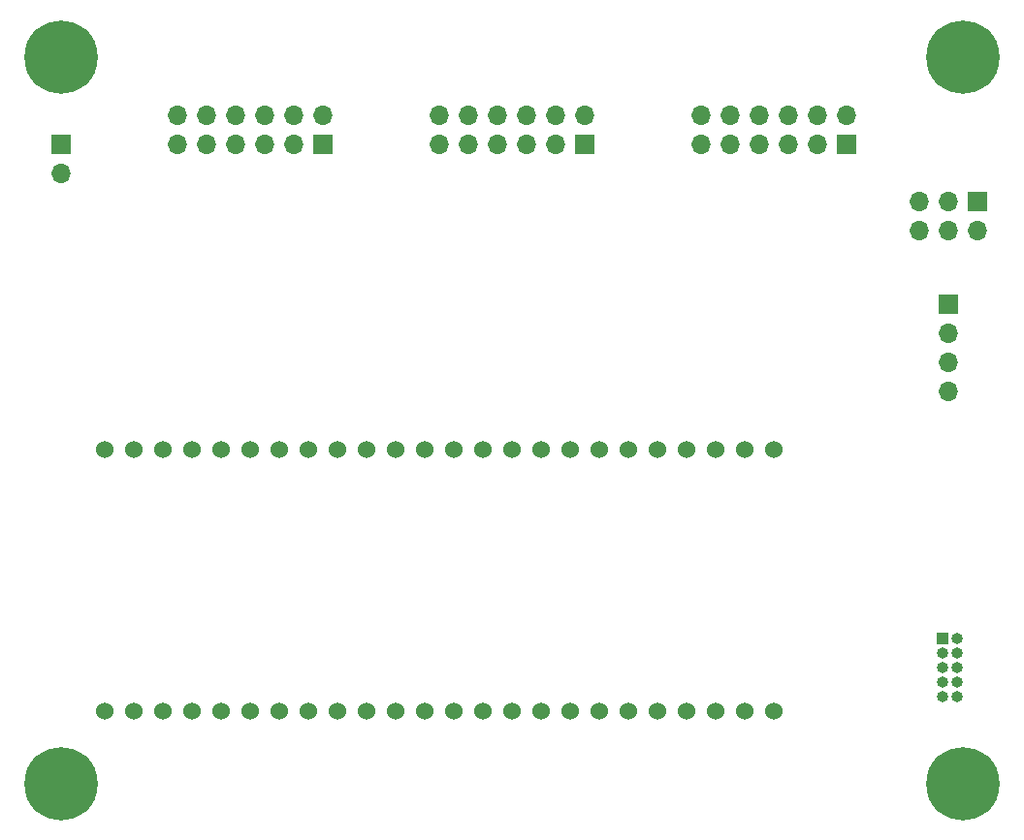
<source format=gbr>
%TF.GenerationSoftware,KiCad,Pcbnew,(6.0.10)*%
%TF.CreationDate,2023-01-05T13:42:58+01:00*%
%TF.ProjectId,pmod_hk-w806_baseboard,706d6f64-5f68-46b2-9d77-3830365f6261,rev?*%
%TF.SameCoordinates,Original*%
%TF.FileFunction,Soldermask,Bot*%
%TF.FilePolarity,Negative*%
%FSLAX46Y46*%
G04 Gerber Fmt 4.6, Leading zero omitted, Abs format (unit mm)*
G04 Created by KiCad (PCBNEW (6.0.10)) date 2023-01-05 13:42:58*
%MOMM*%
%LPD*%
G01*
G04 APERTURE LIST*
%ADD10R,1.700000X1.700000*%
%ADD11O,1.700000X1.700000*%
%ADD12C,0.800000*%
%ADD13C,6.400000*%
%ADD14R,1.000000X1.000000*%
%ADD15O,1.000000X1.000000*%
%ADD16C,1.524000*%
G04 APERTURE END LIST*
D10*
%TO.C,PMOD2*%
X96520000Y-30480000D03*
D11*
X96520000Y-27940000D03*
X93980000Y-30480000D03*
X93980000Y-27940000D03*
X91440000Y-30480000D03*
X91440000Y-27940000D03*
X88900000Y-30480000D03*
X88900000Y-27940000D03*
X86360000Y-30480000D03*
X86360000Y-27940000D03*
X83820000Y-30480000D03*
X83820000Y-27940000D03*
%TD*%
D10*
%TO.C,PMOD3*%
X119380000Y-30480000D03*
D11*
X119380000Y-27940000D03*
X116840000Y-30480000D03*
X116840000Y-27940000D03*
X114300000Y-30480000D03*
X114300000Y-27940000D03*
X111760000Y-30480000D03*
X111760000Y-27940000D03*
X109220000Y-30480000D03*
X109220000Y-27940000D03*
X106680000Y-30480000D03*
X106680000Y-27940000D03*
%TD*%
D10*
%TO.C,PMOD1*%
X73660000Y-30480000D03*
D11*
X73660000Y-27940000D03*
X71120000Y-30480000D03*
X71120000Y-27940000D03*
X68580000Y-30480000D03*
X68580000Y-27940000D03*
X66040000Y-30480000D03*
X66040000Y-27940000D03*
X63500000Y-30480000D03*
X63500000Y-27940000D03*
X60960000Y-30480000D03*
X60960000Y-27940000D03*
%TD*%
D12*
%TO.C,H3*%
X52497056Y-88057056D03*
X49102944Y-84662944D03*
X50800000Y-83960000D03*
X48400000Y-86360000D03*
X52497056Y-84662944D03*
X49102944Y-88057056D03*
X53200000Y-86360000D03*
D13*
X50800000Y-86360000D03*
D12*
X50800000Y-88760000D03*
%TD*%
%TO.C,H1*%
X50800000Y-20460000D03*
X52497056Y-24557056D03*
X50800000Y-25260000D03*
X53200000Y-22860000D03*
X48400000Y-22860000D03*
X52497056Y-21162944D03*
X49102944Y-24557056D03*
D13*
X50800000Y-22860000D03*
D12*
X49102944Y-21162944D03*
%TD*%
D10*
%TO.C,J1*%
X130795000Y-35555000D03*
D11*
X130795000Y-38095000D03*
X128255000Y-35555000D03*
X128255000Y-38095000D03*
X125715000Y-35555000D03*
X125715000Y-38095000D03*
%TD*%
D12*
%TO.C,H4*%
X131237056Y-84662944D03*
X127842944Y-88057056D03*
D13*
X129540000Y-86360000D03*
D12*
X127140000Y-86360000D03*
X129540000Y-88760000D03*
X131237056Y-88057056D03*
X127842944Y-84662944D03*
X131940000Y-86360000D03*
X129540000Y-83960000D03*
%TD*%
%TO.C,H2*%
X131237056Y-21162944D03*
X131237056Y-24557056D03*
X127842944Y-21162944D03*
D13*
X129540000Y-22860000D03*
D12*
X129540000Y-25260000D03*
X131940000Y-22860000D03*
X129540000Y-20460000D03*
X127140000Y-22860000D03*
X127842944Y-24557056D03*
%TD*%
D14*
%TO.C,J3*%
X127770000Y-73660000D03*
D15*
X129040000Y-73660000D03*
X127770000Y-74930000D03*
X129040000Y-74930000D03*
X127770000Y-76200000D03*
X129040000Y-76200000D03*
X127770000Y-77470000D03*
X129040000Y-77470000D03*
X127770000Y-78740000D03*
X129040000Y-78740000D03*
%TD*%
D10*
%TO.C,J4*%
X128270000Y-44450000D03*
D11*
X128270000Y-46990000D03*
X128270000Y-49530000D03*
X128270000Y-52070000D03*
%TD*%
D10*
%TO.C,J2*%
X50800000Y-30480000D03*
D11*
X50800000Y-33020000D03*
%TD*%
D16*
%TO.C,U1*%
X54610000Y-80010000D03*
X57150000Y-80010000D03*
X59690000Y-80010000D03*
X62230000Y-80010000D03*
X64770000Y-80010000D03*
X67310000Y-80010000D03*
X69850000Y-80010000D03*
X72390000Y-80010000D03*
X74930000Y-80010000D03*
X77470000Y-80010000D03*
X80010000Y-80010000D03*
X82550000Y-80010000D03*
X85090000Y-80010000D03*
X87630000Y-80010000D03*
X90170000Y-80010000D03*
X92710000Y-80010000D03*
X95250000Y-80010000D03*
X97790000Y-80010000D03*
X100330000Y-80010000D03*
X102870000Y-80010000D03*
X105410000Y-80010000D03*
X107950000Y-80010000D03*
X110490000Y-80010000D03*
X113030000Y-80010000D03*
X113030000Y-57150000D03*
X110490000Y-57150000D03*
X107950000Y-57150000D03*
X105410000Y-57150000D03*
X102870000Y-57150000D03*
X100330000Y-57150000D03*
X97790000Y-57150000D03*
X95250000Y-57150000D03*
X92710000Y-57150000D03*
X90170000Y-57150000D03*
X87630000Y-57150000D03*
X85090000Y-57150000D03*
X82550000Y-57150000D03*
X80010000Y-57150000D03*
X77470000Y-57150000D03*
X74930000Y-57150000D03*
X72390000Y-57150000D03*
X69850000Y-57150000D03*
X67310000Y-57150000D03*
X64770000Y-57150000D03*
X62230000Y-57150000D03*
X59690000Y-57150000D03*
X57150000Y-57150000D03*
X54610000Y-57150000D03*
%TD*%
M02*

</source>
